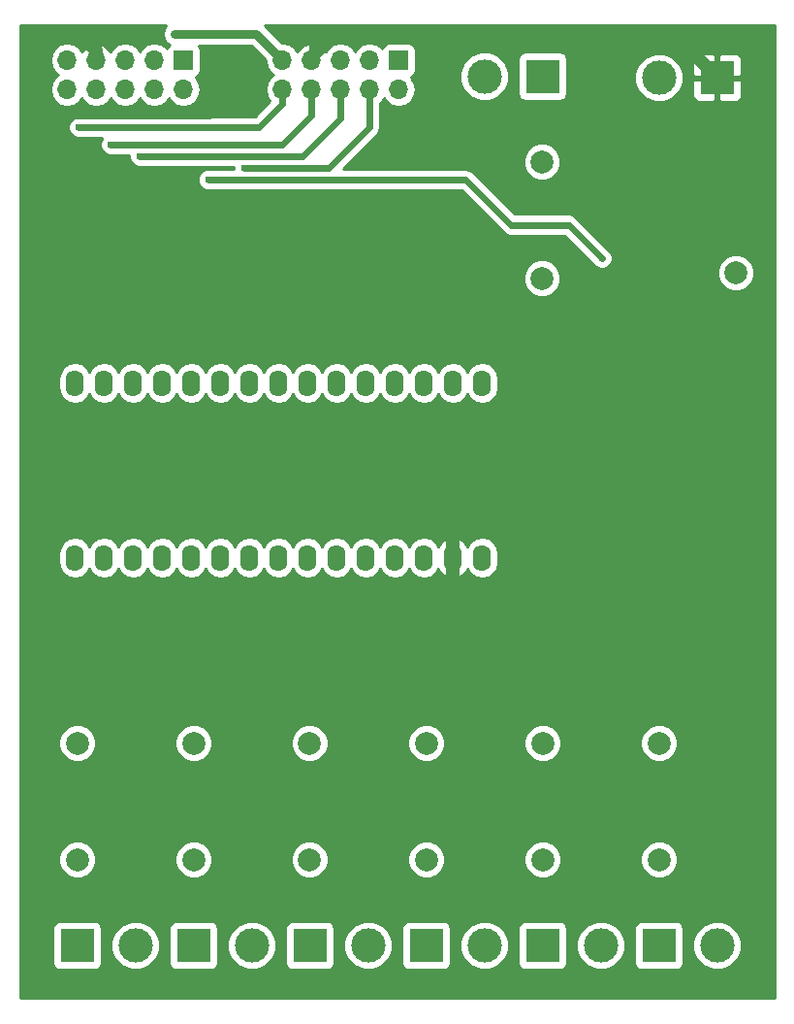
<source format=gbr>
G04 #@! TF.FileFunction,Copper,L2,Bot,Signal*
%FSLAX46Y46*%
G04 Gerber Fmt 4.6, Leading zero omitted, Abs format (unit mm)*
G04 Created by KiCad (PCBNEW 4.0.2+dfsg1-stable) date mié 25 sep 2019 12:11:59 CEST*
%MOMM*%
G01*
G04 APERTURE LIST*
%ADD10C,0.100000*%
%ADD11R,3.000000X3.000000*%
%ADD12C,3.000000*%
%ADD13C,1.998980*%
%ADD14O,1.574800X2.286000*%
%ADD15R,1.700000X1.700000*%
%ADD16O,1.700000X1.700000*%
%ADD17C,0.600000*%
%ADD18C,0.800000*%
%ADD19C,1.200000*%
%ADD20C,0.600000*%
%ADD21C,0.254000*%
G04 APERTURE END LIST*
D10*
D11*
X86741000Y-154940000D03*
D12*
X91821000Y-154940000D03*
D11*
X122301000Y-79248000D03*
D12*
X117221000Y-79248000D03*
D11*
X66421000Y-154940000D03*
D12*
X71501000Y-154940000D03*
D11*
X76581000Y-154940000D03*
D12*
X81661000Y-154940000D03*
D11*
X96901000Y-154940000D03*
D12*
X101981000Y-154940000D03*
D11*
X107061000Y-154940000D03*
D12*
X112141000Y-154940000D03*
D11*
X117221000Y-154940000D03*
D12*
X122301000Y-154940000D03*
D11*
X107061000Y-79121000D03*
D12*
X101981000Y-79121000D03*
D13*
X66421000Y-137287000D03*
X66421000Y-147447000D03*
X117221000Y-137287000D03*
X117221000Y-147447000D03*
X76581000Y-137287000D03*
X76581000Y-147447000D03*
X86715600Y-137287000D03*
X86715600Y-147447000D03*
X96901000Y-137287000D03*
X96901000Y-147447000D03*
X107061000Y-137287000D03*
X107061000Y-147447000D03*
D14*
X99240000Y-105880000D03*
X96700000Y-105880000D03*
X94160000Y-105880000D03*
X101780000Y-121120000D03*
X99240000Y-121120000D03*
X96700000Y-121120000D03*
X94160000Y-121120000D03*
X73840000Y-121120000D03*
X71300000Y-121120000D03*
X68760000Y-121120000D03*
X101780000Y-105880000D03*
X91620000Y-105880000D03*
X89080000Y-105880000D03*
X86540000Y-105880000D03*
X84000000Y-105880000D03*
X81460000Y-105880000D03*
X78920000Y-105880000D03*
X76380000Y-105880000D03*
X73840000Y-105880000D03*
X71300000Y-105880000D03*
X68760000Y-105880000D03*
X66220000Y-105880000D03*
X66220000Y-121120000D03*
X76380000Y-121120000D03*
X78920000Y-121120000D03*
X81460000Y-121120000D03*
X84000000Y-121120000D03*
X86540000Y-121120000D03*
X89080000Y-121120000D03*
X91620000Y-121120000D03*
D13*
X123952000Y-96266000D03*
D15*
X75692000Y-77724000D03*
D16*
X75692000Y-80264000D03*
X73152000Y-77724000D03*
X73152000Y-80264000D03*
X70612000Y-77724000D03*
X70612000Y-80264000D03*
X68072000Y-77724000D03*
X68072000Y-80264000D03*
X65532000Y-77724000D03*
X65532000Y-80264000D03*
D15*
X94488000Y-77724000D03*
D16*
X94488000Y-80264000D03*
X91948000Y-77724000D03*
X91948000Y-80264000D03*
X89408000Y-77724000D03*
X89408000Y-80264000D03*
X86868000Y-77724000D03*
X86868000Y-80264000D03*
X84328000Y-77724000D03*
X84328000Y-80264000D03*
D13*
X107000000Y-96750000D03*
X107000000Y-86590000D03*
D17*
X93000000Y-114000000D03*
X105250000Y-114000000D03*
X78000000Y-82500000D03*
X63000000Y-130250000D03*
X119750000Y-136000000D03*
X112000000Y-136000000D03*
X101500000Y-136000000D03*
X90750000Y-136000000D03*
X80500000Y-136000000D03*
X72000000Y-136000000D03*
X69250000Y-91750000D03*
X66750000Y-91750000D03*
X72136000Y-89281000D03*
X82042000Y-89281000D03*
X91440000Y-89281000D03*
X118618000Y-111633000D03*
X106299000Y-126238000D03*
X97028000Y-88138000D03*
X87249000Y-88138000D03*
X112268000Y-94996000D03*
X77851000Y-88138000D03*
X71882000Y-86106000D03*
X81026000Y-87122000D03*
X69342000Y-85090000D03*
X66548000Y-83566000D03*
X74930000Y-75438000D03*
D18*
X91250000Y-115824000D02*
X91250000Y-115750000D01*
X91250000Y-115750000D02*
X93000000Y-114000000D01*
X103500000Y-115824000D02*
X103500000Y-115750000D01*
X103500000Y-115750000D02*
X105250000Y-114000000D01*
X62992000Y-82500000D02*
X78000000Y-82500000D01*
D19*
X63102000Y-127500000D02*
X63102000Y-130148000D01*
X63102000Y-130148000D02*
X63000000Y-130250000D01*
X117250000Y-133750000D02*
X117500000Y-133750000D01*
X112000000Y-133750000D02*
X117250000Y-133750000D01*
X117500000Y-133750000D02*
X119750000Y-136000000D01*
X112000000Y-133750000D02*
X112000000Y-136000000D01*
X101500000Y-133750000D02*
X101500000Y-136000000D01*
X90750000Y-133750000D02*
X90750000Y-136000000D01*
X80500000Y-133750000D02*
X80500000Y-136000000D01*
X72000000Y-133750000D02*
X72000000Y-136000000D01*
X63102000Y-113648000D02*
X63102000Y-127500000D01*
X63102000Y-127500000D02*
X63102000Y-127852000D01*
X108750000Y-133750000D02*
X112000000Y-133750000D01*
X99750000Y-133750000D02*
X101500000Y-133750000D01*
X101500000Y-133750000D02*
X108750000Y-133750000D01*
X69000000Y-133750000D02*
X72000000Y-133750000D01*
X72000000Y-133750000D02*
X80500000Y-133750000D01*
X80500000Y-133750000D02*
X90750000Y-133750000D01*
X90750000Y-133750000D02*
X99750000Y-133750000D01*
X63102000Y-127852000D02*
X69000000Y-133750000D01*
D20*
X69250000Y-89281000D02*
X69250000Y-91750000D01*
X66750000Y-89281000D02*
X66750000Y-91750000D01*
X91440000Y-89281000D02*
X82042000Y-89281000D01*
X66421000Y-89281000D02*
X62992000Y-92710000D01*
X72136000Y-89281000D02*
X69250000Y-89281000D01*
X69250000Y-89281000D02*
X66750000Y-89281000D01*
X66750000Y-89281000D02*
X67000000Y-89281000D01*
X67000000Y-89281000D02*
X66421000Y-89281000D01*
X82042000Y-89281000D02*
X75057000Y-89281000D01*
X75057000Y-89281000D02*
X72136000Y-89281000D01*
D19*
X86868000Y-77724000D02*
X86868000Y-77470000D01*
X86868000Y-77470000D02*
X89154000Y-75184000D01*
X89154000Y-75184000D02*
X118237000Y-75184000D01*
X118237000Y-75184000D02*
X122301000Y-79248000D01*
X101346000Y-115824000D02*
X91250000Y-115824000D01*
X91250000Y-115824000D02*
X65278000Y-115824000D01*
X65278000Y-115824000D02*
X63102000Y-113648000D01*
X63102000Y-113648000D02*
X62992000Y-113538000D01*
X62992000Y-113538000D02*
X62992000Y-92710000D01*
X68072000Y-76835000D02*
X68072000Y-77724000D01*
X62992000Y-92710000D02*
X62992000Y-82500000D01*
X62992000Y-82500000D02*
X62992000Y-76327000D01*
X62992000Y-76327000D02*
X63881000Y-75438000D01*
X63881000Y-75438000D02*
X66675000Y-75438000D01*
X66675000Y-75438000D02*
X68072000Y-76835000D01*
X118618000Y-111633000D02*
X114427000Y-115824000D01*
X114427000Y-115824000D02*
X103500000Y-115824000D01*
X103500000Y-115824000D02*
X102870000Y-115824000D01*
X99240000Y-117803000D02*
X99240000Y-121120000D01*
X102870000Y-115824000D02*
X101346000Y-115824000D01*
X101346000Y-115824000D02*
X101219000Y-115824000D01*
X101219000Y-115824000D02*
X99240000Y-117803000D01*
X99240000Y-123370000D02*
X99240000Y-121120000D01*
X102108000Y-126238000D02*
X99240000Y-123370000D01*
X106299000Y-126238000D02*
X102108000Y-126238000D01*
D20*
X109347000Y-92075000D02*
X112268000Y-94996000D01*
X104267000Y-92075000D02*
X109347000Y-92075000D01*
X100330000Y-88138000D02*
X104267000Y-92075000D01*
X77851000Y-88138000D02*
X87249000Y-88138000D01*
X87249000Y-88138000D02*
X97028000Y-88138000D01*
X97028000Y-88138000D02*
X100330000Y-88138000D01*
X89408000Y-82804000D02*
X89408000Y-80264000D01*
X86106000Y-86106000D02*
X89408000Y-82804000D01*
X71882000Y-86106000D02*
X86106000Y-86106000D01*
X91948000Y-83566000D02*
X91948000Y-80264000D01*
X88392000Y-87122000D02*
X91948000Y-83566000D01*
X81026000Y-87122000D02*
X88392000Y-87122000D01*
X86868000Y-82550000D02*
X86868000Y-80264000D01*
X84328000Y-85090000D02*
X86868000Y-82550000D01*
X69342000Y-85090000D02*
X84328000Y-85090000D01*
X84328000Y-81534000D02*
X84328000Y-80264000D01*
X82296000Y-83566000D02*
X84328000Y-81534000D01*
X66548000Y-83566000D02*
X82296000Y-83566000D01*
D18*
X82042000Y-75438000D02*
X84328000Y-77724000D01*
X74930000Y-75438000D02*
X82042000Y-75438000D01*
D21*
G36*
X73973785Y-75041923D02*
X73895000Y-75438000D01*
X73973785Y-75834077D01*
X74198144Y-76169856D01*
X74475556Y-76355216D01*
X74390559Y-76409910D01*
X74245569Y-76622110D01*
X74231914Y-76689541D01*
X74202054Y-76644853D01*
X73720285Y-76322946D01*
X73152000Y-76209907D01*
X72583715Y-76322946D01*
X72101946Y-76644853D01*
X71882000Y-76974026D01*
X71662054Y-76644853D01*
X71180285Y-76322946D01*
X70612000Y-76209907D01*
X70043715Y-76322946D01*
X69561946Y-76644853D01*
X69334298Y-76985553D01*
X69267183Y-76842642D01*
X68838924Y-76452355D01*
X68428890Y-76282524D01*
X68199000Y-76403845D01*
X68199000Y-77597000D01*
X68219000Y-77597000D01*
X68219000Y-77851000D01*
X68199000Y-77851000D01*
X68199000Y-77871000D01*
X67945000Y-77871000D01*
X67945000Y-77851000D01*
X67925000Y-77851000D01*
X67925000Y-77597000D01*
X67945000Y-77597000D01*
X67945000Y-76403845D01*
X67715110Y-76282524D01*
X67305076Y-76452355D01*
X66876817Y-76842642D01*
X66809702Y-76985553D01*
X66582054Y-76644853D01*
X66100285Y-76322946D01*
X65532000Y-76209907D01*
X64963715Y-76322946D01*
X64481946Y-76644853D01*
X64160039Y-77126622D01*
X64047000Y-77694907D01*
X64047000Y-77753093D01*
X64160039Y-78321378D01*
X64481946Y-78803147D01*
X64767578Y-78994000D01*
X64481946Y-79184853D01*
X64160039Y-79666622D01*
X64047000Y-80234907D01*
X64047000Y-80293093D01*
X64160039Y-80861378D01*
X64481946Y-81343147D01*
X64963715Y-81665054D01*
X65532000Y-81778093D01*
X66100285Y-81665054D01*
X66582054Y-81343147D01*
X66802000Y-81013974D01*
X67021946Y-81343147D01*
X67503715Y-81665054D01*
X68072000Y-81778093D01*
X68640285Y-81665054D01*
X69122054Y-81343147D01*
X69342000Y-81013974D01*
X69561946Y-81343147D01*
X70043715Y-81665054D01*
X70612000Y-81778093D01*
X71180285Y-81665054D01*
X71662054Y-81343147D01*
X71882000Y-81013974D01*
X72101946Y-81343147D01*
X72583715Y-81665054D01*
X73152000Y-81778093D01*
X73720285Y-81665054D01*
X74202054Y-81343147D01*
X74422000Y-81013974D01*
X74641946Y-81343147D01*
X75123715Y-81665054D01*
X75692000Y-81778093D01*
X76260285Y-81665054D01*
X76742054Y-81343147D01*
X77063961Y-80861378D01*
X77177000Y-80293093D01*
X77177000Y-80234907D01*
X77063961Y-79666622D01*
X76742054Y-79184853D01*
X76740821Y-79184029D01*
X76777317Y-79177162D01*
X76993441Y-79038090D01*
X77138431Y-78825890D01*
X77189440Y-78574000D01*
X77189440Y-76874000D01*
X77145162Y-76638683D01*
X77038548Y-76473000D01*
X81613288Y-76473000D01*
X82843000Y-77702711D01*
X82843000Y-77753093D01*
X82956039Y-78321378D01*
X83277946Y-78803147D01*
X83563578Y-78994000D01*
X83277946Y-79184853D01*
X82956039Y-79666622D01*
X82843000Y-80234907D01*
X82843000Y-80293093D01*
X82956039Y-80861378D01*
X83245349Y-81294361D01*
X81908710Y-82631000D01*
X66548816Y-82631000D01*
X66362833Y-82630838D01*
X66019057Y-82772883D01*
X65755808Y-83035673D01*
X65613162Y-83379201D01*
X65612838Y-83751167D01*
X65754883Y-84094943D01*
X66017673Y-84358192D01*
X66361201Y-84500838D01*
X66733167Y-84501162D01*
X66733559Y-84501000D01*
X68608583Y-84501000D01*
X68549808Y-84559673D01*
X68407162Y-84903201D01*
X68406838Y-85275167D01*
X68548883Y-85618943D01*
X68811673Y-85882192D01*
X69155201Y-86024838D01*
X69527167Y-86025162D01*
X69527559Y-86025000D01*
X70947070Y-86025000D01*
X70946838Y-86291167D01*
X71088883Y-86634943D01*
X71351673Y-86898192D01*
X71695201Y-87040838D01*
X72067167Y-87041162D01*
X72067559Y-87041000D01*
X80091070Y-87041000D01*
X80090929Y-87203000D01*
X77851816Y-87203000D01*
X77665833Y-87202838D01*
X77322057Y-87344883D01*
X77058808Y-87607673D01*
X76916162Y-87951201D01*
X76915838Y-88323167D01*
X77057883Y-88666943D01*
X77320673Y-88930192D01*
X77664201Y-89072838D01*
X78036167Y-89073162D01*
X78036559Y-89073000D01*
X87248184Y-89073000D01*
X87434167Y-89073162D01*
X87434559Y-89073000D01*
X97027184Y-89073000D01*
X97213167Y-89073162D01*
X97213559Y-89073000D01*
X99942710Y-89073000D01*
X103605855Y-92736145D01*
X103909191Y-92938827D01*
X104267000Y-93010000D01*
X108959710Y-93010000D01*
X111606564Y-95656854D01*
X111737673Y-95788192D01*
X112081201Y-95930838D01*
X112453167Y-95931162D01*
X112796943Y-95789117D01*
X113060192Y-95526327D01*
X113202838Y-95182799D01*
X113203162Y-94810833D01*
X113061117Y-94467057D01*
X112798327Y-94203808D01*
X112797935Y-94203645D01*
X110008145Y-91413855D01*
X109704809Y-91211173D01*
X109347000Y-91140000D01*
X104654290Y-91140000D01*
X100991145Y-87476855D01*
X100687809Y-87274173D01*
X100330000Y-87203000D01*
X97028816Y-87203000D01*
X96842833Y-87202838D01*
X96842441Y-87203000D01*
X89633290Y-87203000D01*
X89922596Y-86913694D01*
X105365226Y-86913694D01*
X105613538Y-87514655D01*
X106072927Y-87974846D01*
X106673453Y-88224206D01*
X107323694Y-88224774D01*
X107924655Y-87976462D01*
X108384846Y-87517073D01*
X108634206Y-86916547D01*
X108634774Y-86266306D01*
X108386462Y-85665345D01*
X107927073Y-85205154D01*
X107326547Y-84955794D01*
X106676306Y-84955226D01*
X106075345Y-85203538D01*
X105615154Y-85662927D01*
X105365794Y-86263453D01*
X105365226Y-86913694D01*
X89922596Y-86913694D01*
X92609145Y-84227145D01*
X92811827Y-83923809D01*
X92883000Y-83566000D01*
X92883000Y-81420023D01*
X92998054Y-81343147D01*
X93218000Y-81013974D01*
X93437946Y-81343147D01*
X93919715Y-81665054D01*
X94488000Y-81778093D01*
X95056285Y-81665054D01*
X95538054Y-81343147D01*
X95859961Y-80861378D01*
X95973000Y-80293093D01*
X95973000Y-80234907D01*
X95859961Y-79666622D01*
X95777905Y-79543815D01*
X99845630Y-79543815D01*
X100169980Y-80328800D01*
X100770041Y-80929909D01*
X101554459Y-81255628D01*
X102403815Y-81256370D01*
X103188800Y-80932020D01*
X103789909Y-80331959D01*
X104115628Y-79547541D01*
X104116370Y-78698185D01*
X103792020Y-77913200D01*
X103500330Y-77621000D01*
X104913560Y-77621000D01*
X104913560Y-80621000D01*
X104957838Y-80856317D01*
X105096910Y-81072441D01*
X105309110Y-81217431D01*
X105561000Y-81268440D01*
X108561000Y-81268440D01*
X108796317Y-81224162D01*
X109012441Y-81085090D01*
X109157431Y-80872890D01*
X109208440Y-80621000D01*
X109208440Y-79670815D01*
X115085630Y-79670815D01*
X115409980Y-80455800D01*
X116010041Y-81056909D01*
X116794459Y-81382628D01*
X117643815Y-81383370D01*
X118428800Y-81059020D01*
X119029909Y-80458959D01*
X119355628Y-79674541D01*
X119355750Y-79533750D01*
X120166000Y-79533750D01*
X120166000Y-80874310D01*
X120262673Y-81107699D01*
X120441302Y-81286327D01*
X120674691Y-81383000D01*
X122015250Y-81383000D01*
X122174000Y-81224250D01*
X122174000Y-79375000D01*
X122428000Y-79375000D01*
X122428000Y-81224250D01*
X122586750Y-81383000D01*
X123927309Y-81383000D01*
X124160698Y-81286327D01*
X124339327Y-81107699D01*
X124436000Y-80874310D01*
X124436000Y-79533750D01*
X124277250Y-79375000D01*
X122428000Y-79375000D01*
X122174000Y-79375000D01*
X120324750Y-79375000D01*
X120166000Y-79533750D01*
X119355750Y-79533750D01*
X119356370Y-78825185D01*
X119032020Y-78040200D01*
X118614240Y-77621690D01*
X120166000Y-77621690D01*
X120166000Y-78962250D01*
X120324750Y-79121000D01*
X122174000Y-79121000D01*
X122174000Y-77271750D01*
X122428000Y-77271750D01*
X122428000Y-79121000D01*
X124277250Y-79121000D01*
X124436000Y-78962250D01*
X124436000Y-77621690D01*
X124339327Y-77388301D01*
X124160698Y-77209673D01*
X123927309Y-77113000D01*
X122586750Y-77113000D01*
X122428000Y-77271750D01*
X122174000Y-77271750D01*
X122015250Y-77113000D01*
X120674691Y-77113000D01*
X120441302Y-77209673D01*
X120262673Y-77388301D01*
X120166000Y-77621690D01*
X118614240Y-77621690D01*
X118431959Y-77439091D01*
X117647541Y-77113372D01*
X116798185Y-77112630D01*
X116013200Y-77436980D01*
X115412091Y-78037041D01*
X115086372Y-78821459D01*
X115085630Y-79670815D01*
X109208440Y-79670815D01*
X109208440Y-77621000D01*
X109164162Y-77385683D01*
X109025090Y-77169559D01*
X108812890Y-77024569D01*
X108561000Y-76973560D01*
X105561000Y-76973560D01*
X105325683Y-77017838D01*
X105109559Y-77156910D01*
X104964569Y-77369110D01*
X104913560Y-77621000D01*
X103500330Y-77621000D01*
X103191959Y-77312091D01*
X102407541Y-76986372D01*
X101558185Y-76985630D01*
X100773200Y-77309980D01*
X100172091Y-77910041D01*
X99846372Y-78694459D01*
X99845630Y-79543815D01*
X95777905Y-79543815D01*
X95538054Y-79184853D01*
X95536821Y-79184029D01*
X95573317Y-79177162D01*
X95789441Y-79038090D01*
X95934431Y-78825890D01*
X95985440Y-78574000D01*
X95985440Y-76874000D01*
X95941162Y-76638683D01*
X95802090Y-76422559D01*
X95589890Y-76277569D01*
X95338000Y-76226560D01*
X93638000Y-76226560D01*
X93402683Y-76270838D01*
X93186559Y-76409910D01*
X93041569Y-76622110D01*
X93027914Y-76689541D01*
X92998054Y-76644853D01*
X92516285Y-76322946D01*
X91948000Y-76209907D01*
X91379715Y-76322946D01*
X90897946Y-76644853D01*
X90678000Y-76974026D01*
X90458054Y-76644853D01*
X89976285Y-76322946D01*
X89408000Y-76209907D01*
X88839715Y-76322946D01*
X88357946Y-76644853D01*
X88130298Y-76985553D01*
X88063183Y-76842642D01*
X87634924Y-76452355D01*
X87224890Y-76282524D01*
X86995000Y-76403845D01*
X86995000Y-77597000D01*
X87015000Y-77597000D01*
X87015000Y-77851000D01*
X86995000Y-77851000D01*
X86995000Y-77871000D01*
X86741000Y-77871000D01*
X86741000Y-77851000D01*
X86721000Y-77851000D01*
X86721000Y-77597000D01*
X86741000Y-77597000D01*
X86741000Y-76403845D01*
X86511110Y-76282524D01*
X86101076Y-76452355D01*
X85672817Y-76842642D01*
X85605702Y-76985553D01*
X85378054Y-76644853D01*
X84896285Y-76322946D01*
X84328000Y-76209907D01*
X84285977Y-76218266D01*
X82777712Y-74710000D01*
X127290000Y-74710000D01*
X127290000Y-159540000D01*
X61460000Y-159540000D01*
X61460000Y-153440000D01*
X64273560Y-153440000D01*
X64273560Y-156440000D01*
X64317838Y-156675317D01*
X64456910Y-156891441D01*
X64669110Y-157036431D01*
X64921000Y-157087440D01*
X67921000Y-157087440D01*
X68156317Y-157043162D01*
X68372441Y-156904090D01*
X68517431Y-156691890D01*
X68568440Y-156440000D01*
X68568440Y-155362815D01*
X69365630Y-155362815D01*
X69689980Y-156147800D01*
X70290041Y-156748909D01*
X71074459Y-157074628D01*
X71923815Y-157075370D01*
X72708800Y-156751020D01*
X73309909Y-156150959D01*
X73635628Y-155366541D01*
X73636370Y-154517185D01*
X73312020Y-153732200D01*
X73020330Y-153440000D01*
X74433560Y-153440000D01*
X74433560Y-156440000D01*
X74477838Y-156675317D01*
X74616910Y-156891441D01*
X74829110Y-157036431D01*
X75081000Y-157087440D01*
X78081000Y-157087440D01*
X78316317Y-157043162D01*
X78532441Y-156904090D01*
X78677431Y-156691890D01*
X78728440Y-156440000D01*
X78728440Y-155362815D01*
X79525630Y-155362815D01*
X79849980Y-156147800D01*
X80450041Y-156748909D01*
X81234459Y-157074628D01*
X82083815Y-157075370D01*
X82868800Y-156751020D01*
X83469909Y-156150959D01*
X83795628Y-155366541D01*
X83796370Y-154517185D01*
X83472020Y-153732200D01*
X83180330Y-153440000D01*
X84593560Y-153440000D01*
X84593560Y-156440000D01*
X84637838Y-156675317D01*
X84776910Y-156891441D01*
X84989110Y-157036431D01*
X85241000Y-157087440D01*
X88241000Y-157087440D01*
X88476317Y-157043162D01*
X88692441Y-156904090D01*
X88837431Y-156691890D01*
X88888440Y-156440000D01*
X88888440Y-155362815D01*
X89685630Y-155362815D01*
X90009980Y-156147800D01*
X90610041Y-156748909D01*
X91394459Y-157074628D01*
X92243815Y-157075370D01*
X93028800Y-156751020D01*
X93629909Y-156150959D01*
X93955628Y-155366541D01*
X93956370Y-154517185D01*
X93632020Y-153732200D01*
X93340330Y-153440000D01*
X94753560Y-153440000D01*
X94753560Y-156440000D01*
X94797838Y-156675317D01*
X94936910Y-156891441D01*
X95149110Y-157036431D01*
X95401000Y-157087440D01*
X98401000Y-157087440D01*
X98636317Y-157043162D01*
X98852441Y-156904090D01*
X98997431Y-156691890D01*
X99048440Y-156440000D01*
X99048440Y-155362815D01*
X99845630Y-155362815D01*
X100169980Y-156147800D01*
X100770041Y-156748909D01*
X101554459Y-157074628D01*
X102403815Y-157075370D01*
X103188800Y-156751020D01*
X103789909Y-156150959D01*
X104115628Y-155366541D01*
X104116370Y-154517185D01*
X103792020Y-153732200D01*
X103500330Y-153440000D01*
X104913560Y-153440000D01*
X104913560Y-156440000D01*
X104957838Y-156675317D01*
X105096910Y-156891441D01*
X105309110Y-157036431D01*
X105561000Y-157087440D01*
X108561000Y-157087440D01*
X108796317Y-157043162D01*
X109012441Y-156904090D01*
X109157431Y-156691890D01*
X109208440Y-156440000D01*
X109208440Y-155362815D01*
X110005630Y-155362815D01*
X110329980Y-156147800D01*
X110930041Y-156748909D01*
X111714459Y-157074628D01*
X112563815Y-157075370D01*
X113348800Y-156751020D01*
X113949909Y-156150959D01*
X114275628Y-155366541D01*
X114276370Y-154517185D01*
X113952020Y-153732200D01*
X113660330Y-153440000D01*
X115073560Y-153440000D01*
X115073560Y-156440000D01*
X115117838Y-156675317D01*
X115256910Y-156891441D01*
X115469110Y-157036431D01*
X115721000Y-157087440D01*
X118721000Y-157087440D01*
X118956317Y-157043162D01*
X119172441Y-156904090D01*
X119317431Y-156691890D01*
X119368440Y-156440000D01*
X119368440Y-155362815D01*
X120165630Y-155362815D01*
X120489980Y-156147800D01*
X121090041Y-156748909D01*
X121874459Y-157074628D01*
X122723815Y-157075370D01*
X123508800Y-156751020D01*
X124109909Y-156150959D01*
X124435628Y-155366541D01*
X124436370Y-154517185D01*
X124112020Y-153732200D01*
X123511959Y-153131091D01*
X122727541Y-152805372D01*
X121878185Y-152804630D01*
X121093200Y-153128980D01*
X120492091Y-153729041D01*
X120166372Y-154513459D01*
X120165630Y-155362815D01*
X119368440Y-155362815D01*
X119368440Y-153440000D01*
X119324162Y-153204683D01*
X119185090Y-152988559D01*
X118972890Y-152843569D01*
X118721000Y-152792560D01*
X115721000Y-152792560D01*
X115485683Y-152836838D01*
X115269559Y-152975910D01*
X115124569Y-153188110D01*
X115073560Y-153440000D01*
X113660330Y-153440000D01*
X113351959Y-153131091D01*
X112567541Y-152805372D01*
X111718185Y-152804630D01*
X110933200Y-153128980D01*
X110332091Y-153729041D01*
X110006372Y-154513459D01*
X110005630Y-155362815D01*
X109208440Y-155362815D01*
X109208440Y-153440000D01*
X109164162Y-153204683D01*
X109025090Y-152988559D01*
X108812890Y-152843569D01*
X108561000Y-152792560D01*
X105561000Y-152792560D01*
X105325683Y-152836838D01*
X105109559Y-152975910D01*
X104964569Y-153188110D01*
X104913560Y-153440000D01*
X103500330Y-153440000D01*
X103191959Y-153131091D01*
X102407541Y-152805372D01*
X101558185Y-152804630D01*
X100773200Y-153128980D01*
X100172091Y-153729041D01*
X99846372Y-154513459D01*
X99845630Y-155362815D01*
X99048440Y-155362815D01*
X99048440Y-153440000D01*
X99004162Y-153204683D01*
X98865090Y-152988559D01*
X98652890Y-152843569D01*
X98401000Y-152792560D01*
X95401000Y-152792560D01*
X95165683Y-152836838D01*
X94949559Y-152975910D01*
X94804569Y-153188110D01*
X94753560Y-153440000D01*
X93340330Y-153440000D01*
X93031959Y-153131091D01*
X92247541Y-152805372D01*
X91398185Y-152804630D01*
X90613200Y-153128980D01*
X90012091Y-153729041D01*
X89686372Y-154513459D01*
X89685630Y-155362815D01*
X88888440Y-155362815D01*
X88888440Y-153440000D01*
X88844162Y-153204683D01*
X88705090Y-152988559D01*
X88492890Y-152843569D01*
X88241000Y-152792560D01*
X85241000Y-152792560D01*
X85005683Y-152836838D01*
X84789559Y-152975910D01*
X84644569Y-153188110D01*
X84593560Y-153440000D01*
X83180330Y-153440000D01*
X82871959Y-153131091D01*
X82087541Y-152805372D01*
X81238185Y-152804630D01*
X80453200Y-153128980D01*
X79852091Y-153729041D01*
X79526372Y-154513459D01*
X79525630Y-155362815D01*
X78728440Y-155362815D01*
X78728440Y-153440000D01*
X78684162Y-153204683D01*
X78545090Y-152988559D01*
X78332890Y-152843569D01*
X78081000Y-152792560D01*
X75081000Y-152792560D01*
X74845683Y-152836838D01*
X74629559Y-152975910D01*
X74484569Y-153188110D01*
X74433560Y-153440000D01*
X73020330Y-153440000D01*
X72711959Y-153131091D01*
X71927541Y-152805372D01*
X71078185Y-152804630D01*
X70293200Y-153128980D01*
X69692091Y-153729041D01*
X69366372Y-154513459D01*
X69365630Y-155362815D01*
X68568440Y-155362815D01*
X68568440Y-153440000D01*
X68524162Y-153204683D01*
X68385090Y-152988559D01*
X68172890Y-152843569D01*
X67921000Y-152792560D01*
X64921000Y-152792560D01*
X64685683Y-152836838D01*
X64469559Y-152975910D01*
X64324569Y-153188110D01*
X64273560Y-153440000D01*
X61460000Y-153440000D01*
X61460000Y-147770694D01*
X64786226Y-147770694D01*
X65034538Y-148371655D01*
X65493927Y-148831846D01*
X66094453Y-149081206D01*
X66744694Y-149081774D01*
X67345655Y-148833462D01*
X67805846Y-148374073D01*
X68055206Y-147773547D01*
X68055208Y-147770694D01*
X74946226Y-147770694D01*
X75194538Y-148371655D01*
X75653927Y-148831846D01*
X76254453Y-149081206D01*
X76904694Y-149081774D01*
X77505655Y-148833462D01*
X77965846Y-148374073D01*
X78215206Y-147773547D01*
X78215208Y-147770694D01*
X85080826Y-147770694D01*
X85329138Y-148371655D01*
X85788527Y-148831846D01*
X86389053Y-149081206D01*
X87039294Y-149081774D01*
X87640255Y-148833462D01*
X88100446Y-148374073D01*
X88349806Y-147773547D01*
X88349808Y-147770694D01*
X95266226Y-147770694D01*
X95514538Y-148371655D01*
X95973927Y-148831846D01*
X96574453Y-149081206D01*
X97224694Y-149081774D01*
X97825655Y-148833462D01*
X98285846Y-148374073D01*
X98535206Y-147773547D01*
X98535208Y-147770694D01*
X105426226Y-147770694D01*
X105674538Y-148371655D01*
X106133927Y-148831846D01*
X106734453Y-149081206D01*
X107384694Y-149081774D01*
X107985655Y-148833462D01*
X108445846Y-148374073D01*
X108695206Y-147773547D01*
X108695208Y-147770694D01*
X115586226Y-147770694D01*
X115834538Y-148371655D01*
X116293927Y-148831846D01*
X116894453Y-149081206D01*
X117544694Y-149081774D01*
X118145655Y-148833462D01*
X118605846Y-148374073D01*
X118855206Y-147773547D01*
X118855774Y-147123306D01*
X118607462Y-146522345D01*
X118148073Y-146062154D01*
X117547547Y-145812794D01*
X116897306Y-145812226D01*
X116296345Y-146060538D01*
X115836154Y-146519927D01*
X115586794Y-147120453D01*
X115586226Y-147770694D01*
X108695208Y-147770694D01*
X108695774Y-147123306D01*
X108447462Y-146522345D01*
X107988073Y-146062154D01*
X107387547Y-145812794D01*
X106737306Y-145812226D01*
X106136345Y-146060538D01*
X105676154Y-146519927D01*
X105426794Y-147120453D01*
X105426226Y-147770694D01*
X98535208Y-147770694D01*
X98535774Y-147123306D01*
X98287462Y-146522345D01*
X97828073Y-146062154D01*
X97227547Y-145812794D01*
X96577306Y-145812226D01*
X95976345Y-146060538D01*
X95516154Y-146519927D01*
X95266794Y-147120453D01*
X95266226Y-147770694D01*
X88349808Y-147770694D01*
X88350374Y-147123306D01*
X88102062Y-146522345D01*
X87642673Y-146062154D01*
X87042147Y-145812794D01*
X86391906Y-145812226D01*
X85790945Y-146060538D01*
X85330754Y-146519927D01*
X85081394Y-147120453D01*
X85080826Y-147770694D01*
X78215208Y-147770694D01*
X78215774Y-147123306D01*
X77967462Y-146522345D01*
X77508073Y-146062154D01*
X76907547Y-145812794D01*
X76257306Y-145812226D01*
X75656345Y-146060538D01*
X75196154Y-146519927D01*
X74946794Y-147120453D01*
X74946226Y-147770694D01*
X68055208Y-147770694D01*
X68055774Y-147123306D01*
X67807462Y-146522345D01*
X67348073Y-146062154D01*
X66747547Y-145812794D01*
X66097306Y-145812226D01*
X65496345Y-146060538D01*
X65036154Y-146519927D01*
X64786794Y-147120453D01*
X64786226Y-147770694D01*
X61460000Y-147770694D01*
X61460000Y-137610694D01*
X64786226Y-137610694D01*
X65034538Y-138211655D01*
X65493927Y-138671846D01*
X66094453Y-138921206D01*
X66744694Y-138921774D01*
X67345655Y-138673462D01*
X67805846Y-138214073D01*
X68055206Y-137613547D01*
X68055208Y-137610694D01*
X74946226Y-137610694D01*
X75194538Y-138211655D01*
X75653927Y-138671846D01*
X76254453Y-138921206D01*
X76904694Y-138921774D01*
X77505655Y-138673462D01*
X77965846Y-138214073D01*
X78215206Y-137613547D01*
X78215208Y-137610694D01*
X85080826Y-137610694D01*
X85329138Y-138211655D01*
X85788527Y-138671846D01*
X86389053Y-138921206D01*
X87039294Y-138921774D01*
X87640255Y-138673462D01*
X88100446Y-138214073D01*
X88349806Y-137613547D01*
X88349808Y-137610694D01*
X95266226Y-137610694D01*
X95514538Y-138211655D01*
X95973927Y-138671846D01*
X96574453Y-138921206D01*
X97224694Y-138921774D01*
X97825655Y-138673462D01*
X98285846Y-138214073D01*
X98535206Y-137613547D01*
X98535208Y-137610694D01*
X105426226Y-137610694D01*
X105674538Y-138211655D01*
X106133927Y-138671846D01*
X106734453Y-138921206D01*
X107384694Y-138921774D01*
X107985655Y-138673462D01*
X108445846Y-138214073D01*
X108695206Y-137613547D01*
X108695208Y-137610694D01*
X115586226Y-137610694D01*
X115834538Y-138211655D01*
X116293927Y-138671846D01*
X116894453Y-138921206D01*
X117544694Y-138921774D01*
X118145655Y-138673462D01*
X118605846Y-138214073D01*
X118855206Y-137613547D01*
X118855774Y-136963306D01*
X118607462Y-136362345D01*
X118148073Y-135902154D01*
X117547547Y-135652794D01*
X116897306Y-135652226D01*
X116296345Y-135900538D01*
X115836154Y-136359927D01*
X115586794Y-136960453D01*
X115586226Y-137610694D01*
X108695208Y-137610694D01*
X108695774Y-136963306D01*
X108447462Y-136362345D01*
X107988073Y-135902154D01*
X107387547Y-135652794D01*
X106737306Y-135652226D01*
X106136345Y-135900538D01*
X105676154Y-136359927D01*
X105426794Y-136960453D01*
X105426226Y-137610694D01*
X98535208Y-137610694D01*
X98535774Y-136963306D01*
X98287462Y-136362345D01*
X97828073Y-135902154D01*
X97227547Y-135652794D01*
X96577306Y-135652226D01*
X95976345Y-135900538D01*
X95516154Y-136359927D01*
X95266794Y-136960453D01*
X95266226Y-137610694D01*
X88349808Y-137610694D01*
X88350374Y-136963306D01*
X88102062Y-136362345D01*
X87642673Y-135902154D01*
X87042147Y-135652794D01*
X86391906Y-135652226D01*
X85790945Y-135900538D01*
X85330754Y-136359927D01*
X85081394Y-136960453D01*
X85080826Y-137610694D01*
X78215208Y-137610694D01*
X78215774Y-136963306D01*
X77967462Y-136362345D01*
X77508073Y-135902154D01*
X76907547Y-135652794D01*
X76257306Y-135652226D01*
X75656345Y-135900538D01*
X75196154Y-136359927D01*
X74946794Y-136960453D01*
X74946226Y-137610694D01*
X68055208Y-137610694D01*
X68055774Y-136963306D01*
X67807462Y-136362345D01*
X67348073Y-135902154D01*
X66747547Y-135652794D01*
X66097306Y-135652226D01*
X65496345Y-135900538D01*
X65036154Y-136359927D01*
X64786794Y-136960453D01*
X64786226Y-137610694D01*
X61460000Y-137610694D01*
X61460000Y-120729567D01*
X64797600Y-120729567D01*
X64797600Y-121510433D01*
X64905874Y-122054762D01*
X65214211Y-122516222D01*
X65675671Y-122824559D01*
X66220000Y-122932833D01*
X66764329Y-122824559D01*
X67225789Y-122516222D01*
X67490000Y-122120801D01*
X67754211Y-122516222D01*
X68215671Y-122824559D01*
X68760000Y-122932833D01*
X69304329Y-122824559D01*
X69765789Y-122516222D01*
X70030000Y-122120801D01*
X70294211Y-122516222D01*
X70755671Y-122824559D01*
X71300000Y-122932833D01*
X71844329Y-122824559D01*
X72305789Y-122516222D01*
X72570000Y-122120801D01*
X72834211Y-122516222D01*
X73295671Y-122824559D01*
X73840000Y-122932833D01*
X74384329Y-122824559D01*
X74845789Y-122516222D01*
X75110000Y-122120801D01*
X75374211Y-122516222D01*
X75835671Y-122824559D01*
X76380000Y-122932833D01*
X76924329Y-122824559D01*
X77385789Y-122516222D01*
X77650000Y-122120801D01*
X77914211Y-122516222D01*
X78375671Y-122824559D01*
X78920000Y-122932833D01*
X79464329Y-122824559D01*
X79925789Y-122516222D01*
X80190000Y-122120801D01*
X80454211Y-122516222D01*
X80915671Y-122824559D01*
X81460000Y-122932833D01*
X82004329Y-122824559D01*
X82465789Y-122516222D01*
X82730000Y-122120801D01*
X82994211Y-122516222D01*
X83455671Y-122824559D01*
X84000000Y-122932833D01*
X84544329Y-122824559D01*
X85005789Y-122516222D01*
X85270000Y-122120801D01*
X85534211Y-122516222D01*
X85995671Y-122824559D01*
X86540000Y-122932833D01*
X87084329Y-122824559D01*
X87545789Y-122516222D01*
X87810000Y-122120801D01*
X88074211Y-122516222D01*
X88535671Y-122824559D01*
X89080000Y-122932833D01*
X89624329Y-122824559D01*
X90085789Y-122516222D01*
X90350000Y-122120801D01*
X90614211Y-122516222D01*
X91075671Y-122824559D01*
X91620000Y-122932833D01*
X92164329Y-122824559D01*
X92625789Y-122516222D01*
X92890000Y-122120801D01*
X93154211Y-122516222D01*
X93615671Y-122824559D01*
X94160000Y-122932833D01*
X94704329Y-122824559D01*
X95165789Y-122516222D01*
X95430000Y-122120801D01*
X95694211Y-122516222D01*
X96155671Y-122824559D01*
X96700000Y-122932833D01*
X97244329Y-122824559D01*
X97705789Y-122516222D01*
X97969754Y-122121170D01*
X97974475Y-122137262D01*
X98324014Y-122571191D01*
X98813004Y-122838327D01*
X98892940Y-122855010D01*
X99113000Y-122732852D01*
X99113000Y-121247000D01*
X99093000Y-121247000D01*
X99093000Y-120993000D01*
X99113000Y-120993000D01*
X99113000Y-119507148D01*
X99367000Y-119507148D01*
X99367000Y-120993000D01*
X99387000Y-120993000D01*
X99387000Y-121247000D01*
X99367000Y-121247000D01*
X99367000Y-122732852D01*
X99587060Y-122855010D01*
X99666996Y-122838327D01*
X100155986Y-122571191D01*
X100505525Y-122137262D01*
X100510246Y-122121170D01*
X100774211Y-122516222D01*
X101235671Y-122824559D01*
X101780000Y-122932833D01*
X102324329Y-122824559D01*
X102785789Y-122516222D01*
X103094126Y-122054762D01*
X103202400Y-121510433D01*
X103202400Y-120729567D01*
X103094126Y-120185238D01*
X102785789Y-119723778D01*
X102324329Y-119415441D01*
X101780000Y-119307167D01*
X101235671Y-119415441D01*
X100774211Y-119723778D01*
X100510246Y-120118830D01*
X100505525Y-120102738D01*
X100155986Y-119668809D01*
X99666996Y-119401673D01*
X99587060Y-119384990D01*
X99367000Y-119507148D01*
X99113000Y-119507148D01*
X98892940Y-119384990D01*
X98813004Y-119401673D01*
X98324014Y-119668809D01*
X97974475Y-120102738D01*
X97969754Y-120118830D01*
X97705789Y-119723778D01*
X97244329Y-119415441D01*
X96700000Y-119307167D01*
X96155671Y-119415441D01*
X95694211Y-119723778D01*
X95430000Y-120119199D01*
X95165789Y-119723778D01*
X94704329Y-119415441D01*
X94160000Y-119307167D01*
X93615671Y-119415441D01*
X93154211Y-119723778D01*
X92890000Y-120119199D01*
X92625789Y-119723778D01*
X92164329Y-119415441D01*
X91620000Y-119307167D01*
X91075671Y-119415441D01*
X90614211Y-119723778D01*
X90350000Y-120119199D01*
X90085789Y-119723778D01*
X89624329Y-119415441D01*
X89080000Y-119307167D01*
X88535671Y-119415441D01*
X88074211Y-119723778D01*
X87810000Y-120119199D01*
X87545789Y-119723778D01*
X87084329Y-119415441D01*
X86540000Y-119307167D01*
X85995671Y-119415441D01*
X85534211Y-119723778D01*
X85270000Y-120119199D01*
X85005789Y-119723778D01*
X84544329Y-119415441D01*
X84000000Y-119307167D01*
X83455671Y-119415441D01*
X82994211Y-119723778D01*
X82730000Y-120119199D01*
X82465789Y-119723778D01*
X82004329Y-119415441D01*
X81460000Y-119307167D01*
X80915671Y-119415441D01*
X80454211Y-119723778D01*
X80190000Y-120119199D01*
X79925789Y-119723778D01*
X79464329Y-119415441D01*
X78920000Y-119307167D01*
X78375671Y-119415441D01*
X77914211Y-119723778D01*
X77650000Y-120119199D01*
X77385789Y-119723778D01*
X76924329Y-119415441D01*
X76380000Y-119307167D01*
X75835671Y-119415441D01*
X75374211Y-119723778D01*
X75110000Y-120119199D01*
X74845789Y-119723778D01*
X74384329Y-119415441D01*
X73840000Y-119307167D01*
X73295671Y-119415441D01*
X72834211Y-119723778D01*
X72570000Y-120119199D01*
X72305789Y-119723778D01*
X71844329Y-119415441D01*
X71300000Y-119307167D01*
X70755671Y-119415441D01*
X70294211Y-119723778D01*
X70030000Y-120119199D01*
X69765789Y-119723778D01*
X69304329Y-119415441D01*
X68760000Y-119307167D01*
X68215671Y-119415441D01*
X67754211Y-119723778D01*
X67490000Y-120119199D01*
X67225789Y-119723778D01*
X66764329Y-119415441D01*
X66220000Y-119307167D01*
X65675671Y-119415441D01*
X65214211Y-119723778D01*
X64905874Y-120185238D01*
X64797600Y-120729567D01*
X61460000Y-120729567D01*
X61460000Y-105489567D01*
X64797600Y-105489567D01*
X64797600Y-106270433D01*
X64905874Y-106814762D01*
X65214211Y-107276222D01*
X65675671Y-107584559D01*
X66220000Y-107692833D01*
X66764329Y-107584559D01*
X67225789Y-107276222D01*
X67490000Y-106880801D01*
X67754211Y-107276222D01*
X68215671Y-107584559D01*
X68760000Y-107692833D01*
X69304329Y-107584559D01*
X69765789Y-107276222D01*
X70030000Y-106880801D01*
X70294211Y-107276222D01*
X70755671Y-107584559D01*
X71300000Y-107692833D01*
X71844329Y-107584559D01*
X72305789Y-107276222D01*
X72570000Y-106880801D01*
X72834211Y-107276222D01*
X73295671Y-107584559D01*
X73840000Y-107692833D01*
X74384329Y-107584559D01*
X74845789Y-107276222D01*
X75110000Y-106880801D01*
X75374211Y-107276222D01*
X75835671Y-107584559D01*
X76380000Y-107692833D01*
X76924329Y-107584559D01*
X77385789Y-107276222D01*
X77650000Y-106880801D01*
X77914211Y-107276222D01*
X78375671Y-107584559D01*
X78920000Y-107692833D01*
X79464329Y-107584559D01*
X79925789Y-107276222D01*
X80190000Y-106880801D01*
X80454211Y-107276222D01*
X80915671Y-107584559D01*
X81460000Y-107692833D01*
X82004329Y-107584559D01*
X82465789Y-107276222D01*
X82730000Y-106880801D01*
X82994211Y-107276222D01*
X83455671Y-107584559D01*
X84000000Y-107692833D01*
X84544329Y-107584559D01*
X85005789Y-107276222D01*
X85270000Y-106880801D01*
X85534211Y-107276222D01*
X85995671Y-107584559D01*
X86540000Y-107692833D01*
X87084329Y-107584559D01*
X87545789Y-107276222D01*
X87810000Y-106880801D01*
X88074211Y-107276222D01*
X88535671Y-107584559D01*
X89080000Y-107692833D01*
X89624329Y-107584559D01*
X90085789Y-107276222D01*
X90350000Y-106880801D01*
X90614211Y-107276222D01*
X91075671Y-107584559D01*
X91620000Y-107692833D01*
X92164329Y-107584559D01*
X92625789Y-107276222D01*
X92890000Y-106880801D01*
X93154211Y-107276222D01*
X93615671Y-107584559D01*
X94160000Y-107692833D01*
X94704329Y-107584559D01*
X95165789Y-107276222D01*
X95430000Y-106880801D01*
X95694211Y-107276222D01*
X96155671Y-107584559D01*
X96700000Y-107692833D01*
X97244329Y-107584559D01*
X97705789Y-107276222D01*
X97970000Y-106880801D01*
X98234211Y-107276222D01*
X98695671Y-107584559D01*
X99240000Y-107692833D01*
X99784329Y-107584559D01*
X100245789Y-107276222D01*
X100510000Y-106880801D01*
X100774211Y-107276222D01*
X101235671Y-107584559D01*
X101780000Y-107692833D01*
X102324329Y-107584559D01*
X102785789Y-107276222D01*
X103094126Y-106814762D01*
X103202400Y-106270433D01*
X103202400Y-105489567D01*
X103094126Y-104945238D01*
X102785789Y-104483778D01*
X102324329Y-104175441D01*
X101780000Y-104067167D01*
X101235671Y-104175441D01*
X100774211Y-104483778D01*
X100510000Y-104879199D01*
X100245789Y-104483778D01*
X99784329Y-104175441D01*
X99240000Y-104067167D01*
X98695671Y-104175441D01*
X98234211Y-104483778D01*
X97970000Y-104879199D01*
X97705789Y-104483778D01*
X97244329Y-104175441D01*
X96700000Y-104067167D01*
X96155671Y-104175441D01*
X95694211Y-104483778D01*
X95430000Y-104879199D01*
X95165789Y-104483778D01*
X94704329Y-104175441D01*
X94160000Y-104067167D01*
X93615671Y-104175441D01*
X93154211Y-104483778D01*
X92890000Y-104879199D01*
X92625789Y-104483778D01*
X92164329Y-104175441D01*
X91620000Y-104067167D01*
X91075671Y-104175441D01*
X90614211Y-104483778D01*
X90350000Y-104879199D01*
X90085789Y-104483778D01*
X89624329Y-104175441D01*
X89080000Y-104067167D01*
X88535671Y-104175441D01*
X88074211Y-104483778D01*
X87810000Y-104879199D01*
X87545789Y-104483778D01*
X87084329Y-104175441D01*
X86540000Y-104067167D01*
X85995671Y-104175441D01*
X85534211Y-104483778D01*
X85270000Y-104879199D01*
X85005789Y-104483778D01*
X84544329Y-104175441D01*
X84000000Y-104067167D01*
X83455671Y-104175441D01*
X82994211Y-104483778D01*
X82730000Y-104879199D01*
X82465789Y-104483778D01*
X82004329Y-104175441D01*
X81460000Y-104067167D01*
X80915671Y-104175441D01*
X80454211Y-104483778D01*
X80190000Y-104879199D01*
X79925789Y-104483778D01*
X79464329Y-104175441D01*
X78920000Y-104067167D01*
X78375671Y-104175441D01*
X77914211Y-104483778D01*
X77650000Y-104879199D01*
X77385789Y-104483778D01*
X76924329Y-104175441D01*
X76380000Y-104067167D01*
X75835671Y-104175441D01*
X75374211Y-104483778D01*
X75110000Y-104879199D01*
X74845789Y-104483778D01*
X74384329Y-104175441D01*
X73840000Y-104067167D01*
X73295671Y-104175441D01*
X72834211Y-104483778D01*
X72570000Y-104879199D01*
X72305789Y-104483778D01*
X71844329Y-104175441D01*
X71300000Y-104067167D01*
X70755671Y-104175441D01*
X70294211Y-104483778D01*
X70030000Y-104879199D01*
X69765789Y-104483778D01*
X69304329Y-104175441D01*
X68760000Y-104067167D01*
X68215671Y-104175441D01*
X67754211Y-104483778D01*
X67490000Y-104879199D01*
X67225789Y-104483778D01*
X66764329Y-104175441D01*
X66220000Y-104067167D01*
X65675671Y-104175441D01*
X65214211Y-104483778D01*
X64905874Y-104945238D01*
X64797600Y-105489567D01*
X61460000Y-105489567D01*
X61460000Y-97073694D01*
X105365226Y-97073694D01*
X105613538Y-97674655D01*
X106072927Y-98134846D01*
X106673453Y-98384206D01*
X107323694Y-98384774D01*
X107924655Y-98136462D01*
X108384846Y-97677073D01*
X108634206Y-97076547D01*
X108634631Y-96589694D01*
X122317226Y-96589694D01*
X122565538Y-97190655D01*
X123024927Y-97650846D01*
X123625453Y-97900206D01*
X124275694Y-97900774D01*
X124876655Y-97652462D01*
X125336846Y-97193073D01*
X125586206Y-96592547D01*
X125586774Y-95942306D01*
X125338462Y-95341345D01*
X124879073Y-94881154D01*
X124278547Y-94631794D01*
X123628306Y-94631226D01*
X123027345Y-94879538D01*
X122567154Y-95338927D01*
X122317794Y-95939453D01*
X122317226Y-96589694D01*
X108634631Y-96589694D01*
X108634774Y-96426306D01*
X108386462Y-95825345D01*
X107927073Y-95365154D01*
X107326547Y-95115794D01*
X106676306Y-95115226D01*
X106075345Y-95363538D01*
X105615154Y-95822927D01*
X105365794Y-96423453D01*
X105365226Y-97073694D01*
X61460000Y-97073694D01*
X61460000Y-74710000D01*
X74195568Y-74710000D01*
X73973785Y-75041923D01*
X73973785Y-75041923D01*
G37*
X73973785Y-75041923D02*
X73895000Y-75438000D01*
X73973785Y-75834077D01*
X74198144Y-76169856D01*
X74475556Y-76355216D01*
X74390559Y-76409910D01*
X74245569Y-76622110D01*
X74231914Y-76689541D01*
X74202054Y-76644853D01*
X73720285Y-76322946D01*
X73152000Y-76209907D01*
X72583715Y-76322946D01*
X72101946Y-76644853D01*
X71882000Y-76974026D01*
X71662054Y-76644853D01*
X71180285Y-76322946D01*
X70612000Y-76209907D01*
X70043715Y-76322946D01*
X69561946Y-76644853D01*
X69334298Y-76985553D01*
X69267183Y-76842642D01*
X68838924Y-76452355D01*
X68428890Y-76282524D01*
X68199000Y-76403845D01*
X68199000Y-77597000D01*
X68219000Y-77597000D01*
X68219000Y-77851000D01*
X68199000Y-77851000D01*
X68199000Y-77871000D01*
X67945000Y-77871000D01*
X67945000Y-77851000D01*
X67925000Y-77851000D01*
X67925000Y-77597000D01*
X67945000Y-77597000D01*
X67945000Y-76403845D01*
X67715110Y-76282524D01*
X67305076Y-76452355D01*
X66876817Y-76842642D01*
X66809702Y-76985553D01*
X66582054Y-76644853D01*
X66100285Y-76322946D01*
X65532000Y-76209907D01*
X64963715Y-76322946D01*
X64481946Y-76644853D01*
X64160039Y-77126622D01*
X64047000Y-77694907D01*
X64047000Y-77753093D01*
X64160039Y-78321378D01*
X64481946Y-78803147D01*
X64767578Y-78994000D01*
X64481946Y-79184853D01*
X64160039Y-79666622D01*
X64047000Y-80234907D01*
X64047000Y-80293093D01*
X64160039Y-80861378D01*
X64481946Y-81343147D01*
X64963715Y-81665054D01*
X65532000Y-81778093D01*
X66100285Y-81665054D01*
X66582054Y-81343147D01*
X66802000Y-81013974D01*
X67021946Y-81343147D01*
X67503715Y-81665054D01*
X68072000Y-81778093D01*
X68640285Y-81665054D01*
X69122054Y-81343147D01*
X69342000Y-81013974D01*
X69561946Y-81343147D01*
X70043715Y-81665054D01*
X70612000Y-81778093D01*
X71180285Y-81665054D01*
X71662054Y-81343147D01*
X71882000Y-81013974D01*
X72101946Y-81343147D01*
X72583715Y-81665054D01*
X73152000Y-81778093D01*
X73720285Y-81665054D01*
X74202054Y-81343147D01*
X74422000Y-81013974D01*
X74641946Y-81343147D01*
X75123715Y-81665054D01*
X75692000Y-81778093D01*
X76260285Y-81665054D01*
X76742054Y-81343147D01*
X77063961Y-80861378D01*
X77177000Y-80293093D01*
X77177000Y-80234907D01*
X77063961Y-79666622D01*
X76742054Y-79184853D01*
X76740821Y-79184029D01*
X76777317Y-79177162D01*
X76993441Y-79038090D01*
X77138431Y-78825890D01*
X77189440Y-78574000D01*
X77189440Y-76874000D01*
X77145162Y-76638683D01*
X77038548Y-76473000D01*
X81613288Y-76473000D01*
X82843000Y-77702711D01*
X82843000Y-77753093D01*
X82956039Y-78321378D01*
X83277946Y-78803147D01*
X83563578Y-78994000D01*
X83277946Y-79184853D01*
X82956039Y-79666622D01*
X82843000Y-80234907D01*
X82843000Y-80293093D01*
X82956039Y-80861378D01*
X83245349Y-81294361D01*
X81908710Y-82631000D01*
X66548816Y-82631000D01*
X66362833Y-82630838D01*
X66019057Y-82772883D01*
X65755808Y-83035673D01*
X65613162Y-83379201D01*
X65612838Y-83751167D01*
X65754883Y-84094943D01*
X66017673Y-84358192D01*
X66361201Y-84500838D01*
X66733167Y-84501162D01*
X66733559Y-84501000D01*
X68608583Y-84501000D01*
X68549808Y-84559673D01*
X68407162Y-84903201D01*
X68406838Y-85275167D01*
X68548883Y-85618943D01*
X68811673Y-85882192D01*
X69155201Y-86024838D01*
X69527167Y-86025162D01*
X69527559Y-86025000D01*
X70947070Y-86025000D01*
X70946838Y-86291167D01*
X71088883Y-86634943D01*
X71351673Y-86898192D01*
X71695201Y-87040838D01*
X72067167Y-87041162D01*
X72067559Y-87041000D01*
X80091070Y-87041000D01*
X80090929Y-87203000D01*
X77851816Y-87203000D01*
X77665833Y-87202838D01*
X77322057Y-87344883D01*
X77058808Y-87607673D01*
X76916162Y-87951201D01*
X76915838Y-88323167D01*
X77057883Y-88666943D01*
X77320673Y-88930192D01*
X77664201Y-89072838D01*
X78036167Y-89073162D01*
X78036559Y-89073000D01*
X87248184Y-89073000D01*
X87434167Y-89073162D01*
X87434559Y-89073000D01*
X97027184Y-89073000D01*
X97213167Y-89073162D01*
X97213559Y-89073000D01*
X99942710Y-89073000D01*
X103605855Y-92736145D01*
X103909191Y-92938827D01*
X104267000Y-93010000D01*
X108959710Y-93010000D01*
X111606564Y-95656854D01*
X111737673Y-95788192D01*
X112081201Y-95930838D01*
X112453167Y-95931162D01*
X112796943Y-95789117D01*
X113060192Y-95526327D01*
X113202838Y-95182799D01*
X113203162Y-94810833D01*
X113061117Y-94467057D01*
X112798327Y-94203808D01*
X112797935Y-94203645D01*
X110008145Y-91413855D01*
X109704809Y-91211173D01*
X109347000Y-91140000D01*
X104654290Y-91140000D01*
X100991145Y-87476855D01*
X100687809Y-87274173D01*
X100330000Y-87203000D01*
X97028816Y-87203000D01*
X96842833Y-87202838D01*
X96842441Y-87203000D01*
X89633290Y-87203000D01*
X89922596Y-86913694D01*
X105365226Y-86913694D01*
X105613538Y-87514655D01*
X106072927Y-87974846D01*
X106673453Y-88224206D01*
X107323694Y-88224774D01*
X107924655Y-87976462D01*
X108384846Y-87517073D01*
X108634206Y-86916547D01*
X108634774Y-86266306D01*
X108386462Y-85665345D01*
X107927073Y-85205154D01*
X107326547Y-84955794D01*
X106676306Y-84955226D01*
X106075345Y-85203538D01*
X105615154Y-85662927D01*
X105365794Y-86263453D01*
X105365226Y-86913694D01*
X89922596Y-86913694D01*
X92609145Y-84227145D01*
X92811827Y-83923809D01*
X92883000Y-83566000D01*
X92883000Y-81420023D01*
X92998054Y-81343147D01*
X93218000Y-81013974D01*
X93437946Y-81343147D01*
X93919715Y-81665054D01*
X94488000Y-81778093D01*
X95056285Y-81665054D01*
X95538054Y-81343147D01*
X95859961Y-80861378D01*
X95973000Y-80293093D01*
X95973000Y-80234907D01*
X95859961Y-79666622D01*
X95777905Y-79543815D01*
X99845630Y-79543815D01*
X100169980Y-80328800D01*
X100770041Y-80929909D01*
X101554459Y-81255628D01*
X102403815Y-81256370D01*
X103188800Y-80932020D01*
X103789909Y-80331959D01*
X104115628Y-79547541D01*
X104116370Y-78698185D01*
X103792020Y-77913200D01*
X103500330Y-77621000D01*
X104913560Y-77621000D01*
X104913560Y-80621000D01*
X104957838Y-80856317D01*
X105096910Y-81072441D01*
X105309110Y-81217431D01*
X105561000Y-81268440D01*
X108561000Y-81268440D01*
X108796317Y-81224162D01*
X109012441Y-81085090D01*
X109157431Y-80872890D01*
X109208440Y-80621000D01*
X109208440Y-79670815D01*
X115085630Y-79670815D01*
X115409980Y-80455800D01*
X116010041Y-81056909D01*
X116794459Y-81382628D01*
X117643815Y-81383370D01*
X118428800Y-81059020D01*
X119029909Y-80458959D01*
X119355628Y-79674541D01*
X119355750Y-79533750D01*
X120166000Y-79533750D01*
X120166000Y-80874310D01*
X120262673Y-81107699D01*
X120441302Y-81286327D01*
X120674691Y-81383000D01*
X122015250Y-81383000D01*
X122174000Y-81224250D01*
X122174000Y-79375000D01*
X122428000Y-79375000D01*
X122428000Y-81224250D01*
X122586750Y-81383000D01*
X123927309Y-81383000D01*
X124160698Y-81286327D01*
X124339327Y-81107699D01*
X124436000Y-80874310D01*
X124436000Y-79533750D01*
X124277250Y-79375000D01*
X122428000Y-79375000D01*
X122174000Y-79375000D01*
X120324750Y-79375000D01*
X120166000Y-79533750D01*
X119355750Y-79533750D01*
X119356370Y-78825185D01*
X119032020Y-78040200D01*
X118614240Y-77621690D01*
X120166000Y-77621690D01*
X120166000Y-78962250D01*
X120324750Y-79121000D01*
X122174000Y-79121000D01*
X122174000Y-77271750D01*
X122428000Y-77271750D01*
X122428000Y-79121000D01*
X124277250Y-79121000D01*
X124436000Y-78962250D01*
X124436000Y-77621690D01*
X124339327Y-77388301D01*
X124160698Y-77209673D01*
X123927309Y-77113000D01*
X122586750Y-77113000D01*
X122428000Y-77271750D01*
X122174000Y-77271750D01*
X122015250Y-77113000D01*
X120674691Y-77113000D01*
X120441302Y-77209673D01*
X120262673Y-77388301D01*
X120166000Y-77621690D01*
X118614240Y-77621690D01*
X118431959Y-77439091D01*
X117647541Y-77113372D01*
X116798185Y-77112630D01*
X116013200Y-77436980D01*
X115412091Y-78037041D01*
X115086372Y-78821459D01*
X115085630Y-79670815D01*
X109208440Y-79670815D01*
X109208440Y-77621000D01*
X109164162Y-77385683D01*
X109025090Y-77169559D01*
X108812890Y-77024569D01*
X108561000Y-76973560D01*
X105561000Y-76973560D01*
X105325683Y-77017838D01*
X105109559Y-77156910D01*
X104964569Y-77369110D01*
X104913560Y-77621000D01*
X103500330Y-77621000D01*
X103191959Y-77312091D01*
X102407541Y-76986372D01*
X101558185Y-76985630D01*
X100773200Y-77309980D01*
X100172091Y-77910041D01*
X99846372Y-78694459D01*
X99845630Y-79543815D01*
X95777905Y-79543815D01*
X95538054Y-79184853D01*
X95536821Y-79184029D01*
X95573317Y-79177162D01*
X95789441Y-79038090D01*
X95934431Y-78825890D01*
X95985440Y-78574000D01*
X95985440Y-76874000D01*
X95941162Y-76638683D01*
X95802090Y-76422559D01*
X95589890Y-76277569D01*
X95338000Y-76226560D01*
X93638000Y-76226560D01*
X93402683Y-76270838D01*
X93186559Y-76409910D01*
X93041569Y-76622110D01*
X93027914Y-76689541D01*
X92998054Y-76644853D01*
X92516285Y-76322946D01*
X91948000Y-76209907D01*
X91379715Y-76322946D01*
X90897946Y-76644853D01*
X90678000Y-76974026D01*
X90458054Y-76644853D01*
X89976285Y-76322946D01*
X89408000Y-76209907D01*
X88839715Y-76322946D01*
X88357946Y-76644853D01*
X88130298Y-76985553D01*
X88063183Y-76842642D01*
X87634924Y-76452355D01*
X87224890Y-76282524D01*
X86995000Y-76403845D01*
X86995000Y-77597000D01*
X87015000Y-77597000D01*
X87015000Y-77851000D01*
X86995000Y-77851000D01*
X86995000Y-77871000D01*
X86741000Y-77871000D01*
X86741000Y-77851000D01*
X86721000Y-77851000D01*
X86721000Y-77597000D01*
X86741000Y-77597000D01*
X86741000Y-76403845D01*
X86511110Y-76282524D01*
X86101076Y-76452355D01*
X85672817Y-76842642D01*
X85605702Y-76985553D01*
X85378054Y-76644853D01*
X84896285Y-76322946D01*
X84328000Y-76209907D01*
X84285977Y-76218266D01*
X82777712Y-74710000D01*
X127290000Y-74710000D01*
X127290000Y-159540000D01*
X61460000Y-159540000D01*
X61460000Y-153440000D01*
X64273560Y-153440000D01*
X64273560Y-156440000D01*
X64317838Y-156675317D01*
X64456910Y-156891441D01*
X64669110Y-157036431D01*
X64921000Y-157087440D01*
X67921000Y-157087440D01*
X68156317Y-157043162D01*
X68372441Y-156904090D01*
X68517431Y-156691890D01*
X68568440Y-156440000D01*
X68568440Y-155362815D01*
X69365630Y-155362815D01*
X69689980Y-156147800D01*
X70290041Y-156748909D01*
X71074459Y-157074628D01*
X71923815Y-157075370D01*
X72708800Y-156751020D01*
X73309909Y-156150959D01*
X73635628Y-155366541D01*
X73636370Y-154517185D01*
X73312020Y-153732200D01*
X73020330Y-153440000D01*
X74433560Y-153440000D01*
X74433560Y-156440000D01*
X74477838Y-156675317D01*
X74616910Y-156891441D01*
X74829110Y-157036431D01*
X75081000Y-157087440D01*
X78081000Y-157087440D01*
X78316317Y-157043162D01*
X78532441Y-156904090D01*
X78677431Y-156691890D01*
X78728440Y-156440000D01*
X78728440Y-155362815D01*
X79525630Y-155362815D01*
X79849980Y-156147800D01*
X80450041Y-156748909D01*
X81234459Y-157074628D01*
X82083815Y-157075370D01*
X82868800Y-156751020D01*
X83469909Y-156150959D01*
X83795628Y-155366541D01*
X83796370Y-154517185D01*
X83472020Y-153732200D01*
X83180330Y-153440000D01*
X84593560Y-153440000D01*
X84593560Y-156440000D01*
X84637838Y-156675317D01*
X84776910Y-156891441D01*
X84989110Y-157036431D01*
X85241000Y-157087440D01*
X88241000Y-157087440D01*
X88476317Y-157043162D01*
X88692441Y-156904090D01*
X88837431Y-156691890D01*
X88888440Y-156440000D01*
X88888440Y-155362815D01*
X89685630Y-155362815D01*
X90009980Y-156147800D01*
X90610041Y-156748909D01*
X91394459Y-157074628D01*
X92243815Y-157075370D01*
X93028800Y-156751020D01*
X93629909Y-156150959D01*
X93955628Y-155366541D01*
X93956370Y-154517185D01*
X93632020Y-153732200D01*
X93340330Y-153440000D01*
X94753560Y-153440000D01*
X94753560Y-156440000D01*
X94797838Y-156675317D01*
X94936910Y-156891441D01*
X95149110Y-157036431D01*
X95401000Y-157087440D01*
X98401000Y-157087440D01*
X98636317Y-157043162D01*
X98852441Y-156904090D01*
X98997431Y-156691890D01*
X99048440Y-156440000D01*
X99048440Y-155362815D01*
X99845630Y-155362815D01*
X100169980Y-156147800D01*
X100770041Y-156748909D01*
X101554459Y-157074628D01*
X102403815Y-157075370D01*
X103188800Y-156751020D01*
X103789909Y-156150959D01*
X104115628Y-155366541D01*
X104116370Y-154517185D01*
X103792020Y-153732200D01*
X103500330Y-153440000D01*
X104913560Y-153440000D01*
X104913560Y-156440000D01*
X104957838Y-156675317D01*
X105096910Y-156891441D01*
X105309110Y-157036431D01*
X105561000Y-157087440D01*
X108561000Y-157087440D01*
X108796317Y-157043162D01*
X109012441Y-156904090D01*
X109157431Y-156691890D01*
X109208440Y-156440000D01*
X109208440Y-155362815D01*
X110005630Y-155362815D01*
X110329980Y-156147800D01*
X110930041Y-156748909D01*
X111714459Y-157074628D01*
X112563815Y-157075370D01*
X113348800Y-156751020D01*
X113949909Y-156150959D01*
X114275628Y-155366541D01*
X114276370Y-154517185D01*
X113952020Y-153732200D01*
X113660330Y-153440000D01*
X115073560Y-153440000D01*
X115073560Y-156440000D01*
X115117838Y-156675317D01*
X115256910Y-156891441D01*
X115469110Y-157036431D01*
X115721000Y-157087440D01*
X118721000Y-157087440D01*
X118956317Y-157043162D01*
X119172441Y-156904090D01*
X119317431Y-156691890D01*
X119368440Y-156440000D01*
X119368440Y-155362815D01*
X120165630Y-155362815D01*
X120489980Y-156147800D01*
X121090041Y-156748909D01*
X121874459Y-157074628D01*
X122723815Y-157075370D01*
X123508800Y-156751020D01*
X124109909Y-156150959D01*
X124435628Y-155366541D01*
X124436370Y-154517185D01*
X124112020Y-153732200D01*
X123511959Y-153131091D01*
X122727541Y-152805372D01*
X121878185Y-152804630D01*
X121093200Y-153128980D01*
X120492091Y-153729041D01*
X120166372Y-154513459D01*
X120165630Y-155362815D01*
X119368440Y-155362815D01*
X119368440Y-153440000D01*
X119324162Y-153204683D01*
X119185090Y-152988559D01*
X118972890Y-152843569D01*
X118721000Y-152792560D01*
X115721000Y-152792560D01*
X115485683Y-152836838D01*
X115269559Y-152975910D01*
X115124569Y-153188110D01*
X115073560Y-153440000D01*
X113660330Y-153440000D01*
X113351959Y-153131091D01*
X112567541Y-152805372D01*
X111718185Y-152804630D01*
X110933200Y-153128980D01*
X110332091Y-153729041D01*
X110006372Y-154513459D01*
X110005630Y-155362815D01*
X109208440Y-155362815D01*
X109208440Y-153440000D01*
X109164162Y-153204683D01*
X109025090Y-152988559D01*
X108812890Y-152843569D01*
X108561000Y-152792560D01*
X105561000Y-152792560D01*
X105325683Y-152836838D01*
X105109559Y-152975910D01*
X104964569Y-153188110D01*
X104913560Y-153440000D01*
X103500330Y-153440000D01*
X103191959Y-153131091D01*
X102407541Y-152805372D01*
X101558185Y-152804630D01*
X100773200Y-153128980D01*
X100172091Y-153729041D01*
X99846372Y-154513459D01*
X99845630Y-155362815D01*
X99048440Y-155362815D01*
X99048440Y-153440000D01*
X99004162Y-153204683D01*
X98865090Y-152988559D01*
X98652890Y-152843569D01*
X98401000Y-152792560D01*
X95401000Y-152792560D01*
X95165683Y-152836838D01*
X94949559Y-152975910D01*
X94804569Y-153188110D01*
X94753560Y-153440000D01*
X93340330Y-153440000D01*
X93031959Y-153131091D01*
X92247541Y-152805372D01*
X91398185Y-152804630D01*
X90613200Y-153128980D01*
X90012091Y-153729041D01*
X89686372Y-154513459D01*
X89685630Y-155362815D01*
X88888440Y-155362815D01*
X88888440Y-153440000D01*
X88844162Y-153204683D01*
X88705090Y-152988559D01*
X88492890Y-152843569D01*
X88241000Y-152792560D01*
X85241000Y-152792560D01*
X85005683Y-152836838D01*
X84789559Y-152975910D01*
X84644569Y-153188110D01*
X84593560Y-153440000D01*
X83180330Y-153440000D01*
X82871959Y-153131091D01*
X82087541Y-152805372D01*
X81238185Y-152804630D01*
X80453200Y-153128980D01*
X79852091Y-153729041D01*
X79526372Y-154513459D01*
X79525630Y-155362815D01*
X78728440Y-155362815D01*
X78728440Y-153440000D01*
X78684162Y-153204683D01*
X78545090Y-152988559D01*
X78332890Y-152843569D01*
X78081000Y-152792560D01*
X75081000Y-152792560D01*
X74845683Y-152836838D01*
X74629559Y-152975910D01*
X74484569Y-153188110D01*
X74433560Y-153440000D01*
X73020330Y-153440000D01*
X72711959Y-153131091D01*
X71927541Y-152805372D01*
X71078185Y-152804630D01*
X70293200Y-153128980D01*
X69692091Y-153729041D01*
X69366372Y-154513459D01*
X69365630Y-155362815D01*
X68568440Y-155362815D01*
X68568440Y-153440000D01*
X68524162Y-153204683D01*
X68385090Y-152988559D01*
X68172890Y-152843569D01*
X67921000Y-152792560D01*
X64921000Y-152792560D01*
X64685683Y-152836838D01*
X64469559Y-152975910D01*
X64324569Y-153188110D01*
X64273560Y-153440000D01*
X61460000Y-153440000D01*
X61460000Y-147770694D01*
X64786226Y-147770694D01*
X65034538Y-148371655D01*
X65493927Y-148831846D01*
X66094453Y-149081206D01*
X66744694Y-149081774D01*
X67345655Y-148833462D01*
X67805846Y-148374073D01*
X68055206Y-147773547D01*
X68055208Y-147770694D01*
X74946226Y-147770694D01*
X75194538Y-148371655D01*
X75653927Y-148831846D01*
X76254453Y-149081206D01*
X76904694Y-149081774D01*
X77505655Y-148833462D01*
X77965846Y-148374073D01*
X78215206Y-147773547D01*
X78215208Y-147770694D01*
X85080826Y-147770694D01*
X85329138Y-148371655D01*
X85788527Y-148831846D01*
X86389053Y-149081206D01*
X87039294Y-149081774D01*
X87640255Y-148833462D01*
X88100446Y-148374073D01*
X88349806Y-147773547D01*
X88349808Y-147770694D01*
X95266226Y-147770694D01*
X95514538Y-148371655D01*
X95973927Y-148831846D01*
X96574453Y-149081206D01*
X97224694Y-149081774D01*
X97825655Y-148833462D01*
X98285846Y-148374073D01*
X98535206Y-147773547D01*
X98535208Y-147770694D01*
X105426226Y-147770694D01*
X105674538Y-148371655D01*
X106133927Y-148831846D01*
X106734453Y-149081206D01*
X107384694Y-149081774D01*
X107985655Y-148833462D01*
X108445846Y-148374073D01*
X108695206Y-147773547D01*
X108695208Y-147770694D01*
X115586226Y-147770694D01*
X115834538Y-148371655D01*
X116293927Y-148831846D01*
X116894453Y-149081206D01*
X117544694Y-149081774D01*
X118145655Y-148833462D01*
X118605846Y-148374073D01*
X118855206Y-147773547D01*
X118855774Y-147123306D01*
X118607462Y-146522345D01*
X118148073Y-146062154D01*
X117547547Y-145812794D01*
X116897306Y-145812226D01*
X116296345Y-146060538D01*
X115836154Y-146519927D01*
X115586794Y-147120453D01*
X115586226Y-147770694D01*
X108695208Y-147770694D01*
X108695774Y-147123306D01*
X108447462Y-146522345D01*
X107988073Y-146062154D01*
X107387547Y-145812794D01*
X106737306Y-145812226D01*
X106136345Y-146060538D01*
X105676154Y-146519927D01*
X105426794Y-147120453D01*
X105426226Y-147770694D01*
X98535208Y-147770694D01*
X98535774Y-147123306D01*
X98287462Y-146522345D01*
X97828073Y-146062154D01*
X97227547Y-145812794D01*
X96577306Y-145812226D01*
X95976345Y-146060538D01*
X95516154Y-146519927D01*
X95266794Y-147120453D01*
X95266226Y-147770694D01*
X88349808Y-147770694D01*
X88350374Y-147123306D01*
X88102062Y-146522345D01*
X87642673Y-146062154D01*
X87042147Y-145812794D01*
X86391906Y-145812226D01*
X85790945Y-146060538D01*
X85330754Y-146519927D01*
X85081394Y-147120453D01*
X85080826Y-147770694D01*
X78215208Y-147770694D01*
X78215774Y-147123306D01*
X77967462Y-146522345D01*
X77508073Y-146062154D01*
X76907547Y-145812794D01*
X76257306Y-145812226D01*
X75656345Y-146060538D01*
X75196154Y-146519927D01*
X74946794Y-147120453D01*
X74946226Y-147770694D01*
X68055208Y-147770694D01*
X68055774Y-147123306D01*
X67807462Y-146522345D01*
X67348073Y-146062154D01*
X66747547Y-145812794D01*
X66097306Y-145812226D01*
X65496345Y-146060538D01*
X65036154Y-146519927D01*
X64786794Y-147120453D01*
X64786226Y-147770694D01*
X61460000Y-147770694D01*
X61460000Y-137610694D01*
X64786226Y-137610694D01*
X65034538Y-138211655D01*
X65493927Y-138671846D01*
X66094453Y-138921206D01*
X66744694Y-138921774D01*
X67345655Y-138673462D01*
X67805846Y-138214073D01*
X68055206Y-137613547D01*
X68055208Y-137610694D01*
X74946226Y-137610694D01*
X75194538Y-138211655D01*
X75653927Y-138671846D01*
X76254453Y-138921206D01*
X76904694Y-138921774D01*
X77505655Y-138673462D01*
X77965846Y-138214073D01*
X78215206Y-137613547D01*
X78215208Y-137610694D01*
X85080826Y-137610694D01*
X85329138Y-138211655D01*
X85788527Y-138671846D01*
X86389053Y-138921206D01*
X87039294Y-138921774D01*
X87640255Y-138673462D01*
X88100446Y-138214073D01*
X88349806Y-137613547D01*
X88349808Y-137610694D01*
X95266226Y-137610694D01*
X95514538Y-138211655D01*
X95973927Y-138671846D01*
X96574453Y-138921206D01*
X97224694Y-138921774D01*
X97825655Y-138673462D01*
X98285846Y-138214073D01*
X98535206Y-137613547D01*
X98535208Y-137610694D01*
X105426226Y-137610694D01*
X105674538Y-138211655D01*
X106133927Y-138671846D01*
X106734453Y-138921206D01*
X107384694Y-138921774D01*
X107985655Y-138673462D01*
X108445846Y-138214073D01*
X108695206Y-137613547D01*
X108695208Y-137610694D01*
X115586226Y-137610694D01*
X115834538Y-138211655D01*
X116293927Y-138671846D01*
X116894453Y-138921206D01*
X117544694Y-138921774D01*
X118145655Y-138673462D01*
X118605846Y-138214073D01*
X118855206Y-137613547D01*
X118855774Y-136963306D01*
X118607462Y-136362345D01*
X118148073Y-135902154D01*
X117547547Y-135652794D01*
X116897306Y-135652226D01*
X116296345Y-135900538D01*
X115836154Y-136359927D01*
X115586794Y-136960453D01*
X115586226Y-137610694D01*
X108695208Y-137610694D01*
X108695774Y-136963306D01*
X108447462Y-136362345D01*
X107988073Y-135902154D01*
X107387547Y-135652794D01*
X106737306Y-135652226D01*
X106136345Y-135900538D01*
X105676154Y-136359927D01*
X105426794Y-136960453D01*
X105426226Y-137610694D01*
X98535208Y-137610694D01*
X98535774Y-136963306D01*
X98287462Y-136362345D01*
X97828073Y-135902154D01*
X97227547Y-135652794D01*
X96577306Y-135652226D01*
X95976345Y-135900538D01*
X95516154Y-136359927D01*
X95266794Y-136960453D01*
X95266226Y-137610694D01*
X88349808Y-137610694D01*
X88350374Y-136963306D01*
X88102062Y-136362345D01*
X87642673Y-135902154D01*
X87042147Y-135652794D01*
X86391906Y-135652226D01*
X85790945Y-135900538D01*
X85330754Y-136359927D01*
X85081394Y-136960453D01*
X85080826Y-137610694D01*
X78215208Y-137610694D01*
X78215774Y-136963306D01*
X77967462Y-136362345D01*
X77508073Y-135902154D01*
X76907547Y-135652794D01*
X76257306Y-135652226D01*
X75656345Y-135900538D01*
X75196154Y-136359927D01*
X74946794Y-136960453D01*
X74946226Y-137610694D01*
X68055208Y-137610694D01*
X68055774Y-136963306D01*
X67807462Y-136362345D01*
X67348073Y-135902154D01*
X66747547Y-135652794D01*
X66097306Y-135652226D01*
X65496345Y-135900538D01*
X65036154Y-136359927D01*
X64786794Y-136960453D01*
X64786226Y-137610694D01*
X61460000Y-137610694D01*
X61460000Y-120729567D01*
X64797600Y-120729567D01*
X64797600Y-121510433D01*
X64905874Y-122054762D01*
X65214211Y-122516222D01*
X65675671Y-122824559D01*
X66220000Y-122932833D01*
X66764329Y-122824559D01*
X67225789Y-122516222D01*
X67490000Y-122120801D01*
X67754211Y-122516222D01*
X68215671Y-122824559D01*
X68760000Y-122932833D01*
X69304329Y-122824559D01*
X69765789Y-122516222D01*
X70030000Y-122120801D01*
X70294211Y-122516222D01*
X70755671Y-122824559D01*
X71300000Y-122932833D01*
X71844329Y-122824559D01*
X72305789Y-122516222D01*
X72570000Y-122120801D01*
X72834211Y-122516222D01*
X73295671Y-122824559D01*
X73840000Y-122932833D01*
X74384329Y-122824559D01*
X74845789Y-122516222D01*
X75110000Y-122120801D01*
X75374211Y-122516222D01*
X75835671Y-122824559D01*
X76380000Y-122932833D01*
X76924329Y-122824559D01*
X77385789Y-122516222D01*
X77650000Y-122120801D01*
X77914211Y-122516222D01*
X78375671Y-122824559D01*
X78920000Y-122932833D01*
X79464329Y-122824559D01*
X79925789Y-122516222D01*
X80190000Y-122120801D01*
X80454211Y-122516222D01*
X80915671Y-122824559D01*
X81460000Y-122932833D01*
X82004329Y-122824559D01*
X82465789Y-122516222D01*
X82730000Y-122120801D01*
X82994211Y-122516222D01*
X83455671Y-122824559D01*
X84000000Y-122932833D01*
X84544329Y-122824559D01*
X85005789Y-122516222D01*
X85270000Y-122120801D01*
X85534211Y-122516222D01*
X85995671Y-122824559D01*
X86540000Y-122932833D01*
X87084329Y-122824559D01*
X87545789Y-122516222D01*
X87810000Y-122120801D01*
X88074211Y-122516222D01*
X88535671Y-122824559D01*
X89080000Y-122932833D01*
X89624329Y-122824559D01*
X90085789Y-122516222D01*
X90350000Y-122120801D01*
X90614211Y-122516222D01*
X91075671Y-122824559D01*
X91620000Y-122932833D01*
X92164329Y-122824559D01*
X92625789Y-122516222D01*
X92890000Y-122120801D01*
X93154211Y-122516222D01*
X93615671Y-122824559D01*
X94160000Y-122932833D01*
X94704329Y-122824559D01*
X95165789Y-122516222D01*
X95430000Y-122120801D01*
X95694211Y-122516222D01*
X96155671Y-122824559D01*
X96700000Y-122932833D01*
X97244329Y-122824559D01*
X97705789Y-122516222D01*
X97969754Y-122121170D01*
X97974475Y-122137262D01*
X98324014Y-122571191D01*
X98813004Y-122838327D01*
X98892940Y-122855010D01*
X99113000Y-122732852D01*
X99113000Y-121247000D01*
X99093000Y-121247000D01*
X99093000Y-120993000D01*
X99113000Y-120993000D01*
X99113000Y-119507148D01*
X99367000Y-119507148D01*
X99367000Y-120993000D01*
X99387000Y-120993000D01*
X99387000Y-121247000D01*
X99367000Y-121247000D01*
X99367000Y-122732852D01*
X99587060Y-122855010D01*
X99666996Y-122838327D01*
X100155986Y-122571191D01*
X100505525Y-122137262D01*
X100510246Y-122121170D01*
X100774211Y-122516222D01*
X101235671Y-122824559D01*
X101780000Y-122932833D01*
X102324329Y-122824559D01*
X102785789Y-122516222D01*
X103094126Y-122054762D01*
X103202400Y-121510433D01*
X103202400Y-120729567D01*
X103094126Y-120185238D01*
X102785789Y-119723778D01*
X102324329Y-119415441D01*
X101780000Y-119307167D01*
X101235671Y-119415441D01*
X100774211Y-119723778D01*
X100510246Y-120118830D01*
X100505525Y-120102738D01*
X100155986Y-119668809D01*
X99666996Y-119401673D01*
X99587060Y-119384990D01*
X99367000Y-119507148D01*
X99113000Y-119507148D01*
X98892940Y-119384990D01*
X98813004Y-119401673D01*
X98324014Y-119668809D01*
X97974475Y-120102738D01*
X97969754Y-120118830D01*
X97705789Y-119723778D01*
X97244329Y-119415441D01*
X96700000Y-119307167D01*
X96155671Y-119415441D01*
X95694211Y-119723778D01*
X95430000Y-120119199D01*
X95165789Y-119723778D01*
X94704329Y-119415441D01*
X94160000Y-119307167D01*
X93615671Y-119415441D01*
X93154211Y-119723778D01*
X92890000Y-120119199D01*
X92625789Y-119723778D01*
X92164329Y-119415441D01*
X91620000Y-119307167D01*
X91075671Y-119415441D01*
X90614211Y-119723778D01*
X90350000Y-120119199D01*
X90085789Y-119723778D01*
X89624329Y-119415441D01*
X89080000Y-119307167D01*
X88535671Y-119415441D01*
X88074211Y-119723778D01*
X87810000Y-120119199D01*
X87545789Y-119723778D01*
X87084329Y-119415441D01*
X86540000Y-119307167D01*
X85995671Y-119415441D01*
X85534211Y-119723778D01*
X85270000Y-120119199D01*
X85005789Y-119723778D01*
X84544329Y-119415441D01*
X84000000Y-119307167D01*
X83455671Y-119415441D01*
X82994211Y-119723778D01*
X82730000Y-120119199D01*
X82465789Y-119723778D01*
X82004329Y-119415441D01*
X81460000Y-119307167D01*
X80915671Y-119415441D01*
X80454211Y-119723778D01*
X80190000Y-120119199D01*
X79925789Y-119723778D01*
X79464329Y-119415441D01*
X78920000Y-119307167D01*
X78375671Y-119415441D01*
X77914211Y-119723778D01*
X77650000Y-120119199D01*
X77385789Y-119723778D01*
X76924329Y-119415441D01*
X76380000Y-119307167D01*
X75835671Y-119415441D01*
X75374211Y-119723778D01*
X75110000Y-120119199D01*
X74845789Y-119723778D01*
X74384329Y-119415441D01*
X73840000Y-119307167D01*
X73295671Y-119415441D01*
X72834211Y-119723778D01*
X72570000Y-120119199D01*
X72305789Y-119723778D01*
X71844329Y-119415441D01*
X71300000Y-119307167D01*
X70755671Y-119415441D01*
X70294211Y-119723778D01*
X70030000Y-120119199D01*
X69765789Y-119723778D01*
X69304329Y-119415441D01*
X68760000Y-119307167D01*
X68215671Y-119415441D01*
X67754211Y-119723778D01*
X67490000Y-120119199D01*
X67225789Y-119723778D01*
X66764329Y-119415441D01*
X66220000Y-119307167D01*
X65675671Y-119415441D01*
X65214211Y-119723778D01*
X64905874Y-120185238D01*
X64797600Y-120729567D01*
X61460000Y-120729567D01*
X61460000Y-105489567D01*
X64797600Y-105489567D01*
X64797600Y-106270433D01*
X64905874Y-106814762D01*
X65214211Y-107276222D01*
X65675671Y-107584559D01*
X66220000Y-107692833D01*
X66764329Y-107584559D01*
X67225789Y-107276222D01*
X67490000Y-106880801D01*
X67754211Y-107276222D01*
X68215671Y-107584559D01*
X68760000Y-107692833D01*
X69304329Y-107584559D01*
X69765789Y-107276222D01*
X70030000Y-106880801D01*
X70294211Y-107276222D01*
X70755671Y-107584559D01*
X71300000Y-107692833D01*
X71844329Y-107584559D01*
X72305789Y-107276222D01*
X72570000Y-106880801D01*
X72834211Y-107276222D01*
X73295671Y-107584559D01*
X73840000Y-107692833D01*
X74384329Y-107584559D01*
X74845789Y-107276222D01*
X75110000Y-106880801D01*
X75374211Y-107276222D01*
X75835671Y-107584559D01*
X76380000Y-107692833D01*
X76924329Y-107584559D01*
X77385789Y-107276222D01*
X77650000Y-106880801D01*
X77914211Y-107276222D01*
X78375671Y-107584559D01*
X78920000Y-107692833D01*
X79464329Y-107584559D01*
X79925789Y-107276222D01*
X80190000Y-106880801D01*
X80454211Y-107276222D01*
X80915671Y-107584559D01*
X81460000Y-107692833D01*
X82004329Y-107584559D01*
X82465789Y-107276222D01*
X82730000Y-106880801D01*
X82994211Y-107276222D01*
X83455671Y-107584559D01*
X84000000Y-107692833D01*
X84544329Y-107584559D01*
X85005789Y-107276222D01*
X85270000Y-106880801D01*
X85534211Y-107276222D01*
X85995671Y-107584559D01*
X86540000Y-107692833D01*
X87084329Y-107584559D01*
X87545789Y-107276222D01*
X87810000Y-106880801D01*
X88074211Y-107276222D01*
X88535671Y-107584559D01*
X89080000Y-107692833D01*
X89624329Y-107584559D01*
X90085789Y-107276222D01*
X90350000Y-106880801D01*
X90614211Y-107276222D01*
X91075671Y-107584559D01*
X91620000Y-107692833D01*
X92164329Y-107584559D01*
X92625789Y-107276222D01*
X92890000Y-106880801D01*
X93154211Y-107276222D01*
X93615671Y-107584559D01*
X94160000Y-107692833D01*
X94704329Y-107584559D01*
X95165789Y-107276222D01*
X95430000Y-106880801D01*
X95694211Y-107276222D01*
X96155671Y-107584559D01*
X96700000Y-107692833D01*
X97244329Y-107584559D01*
X97705789Y-107276222D01*
X97970000Y-106880801D01*
X98234211Y-107276222D01*
X98695671Y-107584559D01*
X99240000Y-107692833D01*
X99784329Y-107584559D01*
X100245789Y-107276222D01*
X100510000Y-106880801D01*
X100774211Y-107276222D01*
X101235671Y-107584559D01*
X101780000Y-107692833D01*
X102324329Y-107584559D01*
X102785789Y-107276222D01*
X103094126Y-106814762D01*
X103202400Y-106270433D01*
X103202400Y-105489567D01*
X103094126Y-104945238D01*
X102785789Y-104483778D01*
X102324329Y-104175441D01*
X101780000Y-104067167D01*
X101235671Y-104175441D01*
X100774211Y-104483778D01*
X100510000Y-104879199D01*
X100245789Y-104483778D01*
X99784329Y-104175441D01*
X99240000Y-104067167D01*
X98695671Y-104175441D01*
X98234211Y-104483778D01*
X97970000Y-104879199D01*
X97705789Y-104483778D01*
X97244329Y-104175441D01*
X96700000Y-104067167D01*
X96155671Y-104175441D01*
X95694211Y-104483778D01*
X95430000Y-104879199D01*
X95165789Y-104483778D01*
X94704329Y-104175441D01*
X94160000Y-104067167D01*
X93615671Y-104175441D01*
X93154211Y-104483778D01*
X92890000Y-104879199D01*
X92625789Y-104483778D01*
X92164329Y-104175441D01*
X91620000Y-104067167D01*
X91075671Y-104175441D01*
X90614211Y-104483778D01*
X90350000Y-104879199D01*
X90085789Y-104483778D01*
X89624329Y-104175441D01*
X89080000Y-104067167D01*
X88535671Y-104175441D01*
X88074211Y-104483778D01*
X87810000Y-104879199D01*
X87545789Y-104483778D01*
X87084329Y-104175441D01*
X86540000Y-104067167D01*
X85995671Y-104175441D01*
X85534211Y-104483778D01*
X85270000Y-104879199D01*
X85005789Y-104483778D01*
X84544329Y-104175441D01*
X84000000Y-104067167D01*
X83455671Y-104175441D01*
X82994211Y-104483778D01*
X82730000Y-104879199D01*
X82465789Y-104483778D01*
X82004329Y-104175441D01*
X81460000Y-104067167D01*
X80915671Y-104175441D01*
X80454211Y-104483778D01*
X80190000Y-104879199D01*
X79925789Y-104483778D01*
X79464329Y-104175441D01*
X78920000Y-104067167D01*
X78375671Y-104175441D01*
X77914211Y-104483778D01*
X77650000Y-104879199D01*
X77385789Y-104483778D01*
X76924329Y-104175441D01*
X76380000Y-104067167D01*
X75835671Y-104175441D01*
X75374211Y-104483778D01*
X75110000Y-104879199D01*
X74845789Y-104483778D01*
X74384329Y-104175441D01*
X73840000Y-104067167D01*
X73295671Y-104175441D01*
X72834211Y-104483778D01*
X72570000Y-104879199D01*
X72305789Y-104483778D01*
X71844329Y-104175441D01*
X71300000Y-104067167D01*
X70755671Y-104175441D01*
X70294211Y-104483778D01*
X70030000Y-104879199D01*
X69765789Y-104483778D01*
X69304329Y-104175441D01*
X68760000Y-104067167D01*
X68215671Y-104175441D01*
X67754211Y-104483778D01*
X67490000Y-104879199D01*
X67225789Y-104483778D01*
X66764329Y-104175441D01*
X66220000Y-104067167D01*
X65675671Y-104175441D01*
X65214211Y-104483778D01*
X64905874Y-104945238D01*
X64797600Y-105489567D01*
X61460000Y-105489567D01*
X61460000Y-97073694D01*
X105365226Y-97073694D01*
X105613538Y-97674655D01*
X106072927Y-98134846D01*
X106673453Y-98384206D01*
X107323694Y-98384774D01*
X107924655Y-98136462D01*
X108384846Y-97677073D01*
X108634206Y-97076547D01*
X108634631Y-96589694D01*
X122317226Y-96589694D01*
X122565538Y-97190655D01*
X123024927Y-97650846D01*
X123625453Y-97900206D01*
X124275694Y-97900774D01*
X124876655Y-97652462D01*
X125336846Y-97193073D01*
X125586206Y-96592547D01*
X125586774Y-95942306D01*
X125338462Y-95341345D01*
X124879073Y-94881154D01*
X124278547Y-94631794D01*
X123628306Y-94631226D01*
X123027345Y-94879538D01*
X122567154Y-95338927D01*
X122317794Y-95939453D01*
X122317226Y-96589694D01*
X108634631Y-96589694D01*
X108634774Y-96426306D01*
X108386462Y-95825345D01*
X107927073Y-95365154D01*
X107326547Y-95115794D01*
X106676306Y-95115226D01*
X106075345Y-95363538D01*
X105615154Y-95822927D01*
X105365794Y-96423453D01*
X105365226Y-97073694D01*
X61460000Y-97073694D01*
X61460000Y-74710000D01*
X74195568Y-74710000D01*
X73973785Y-75041923D01*
M02*

</source>
